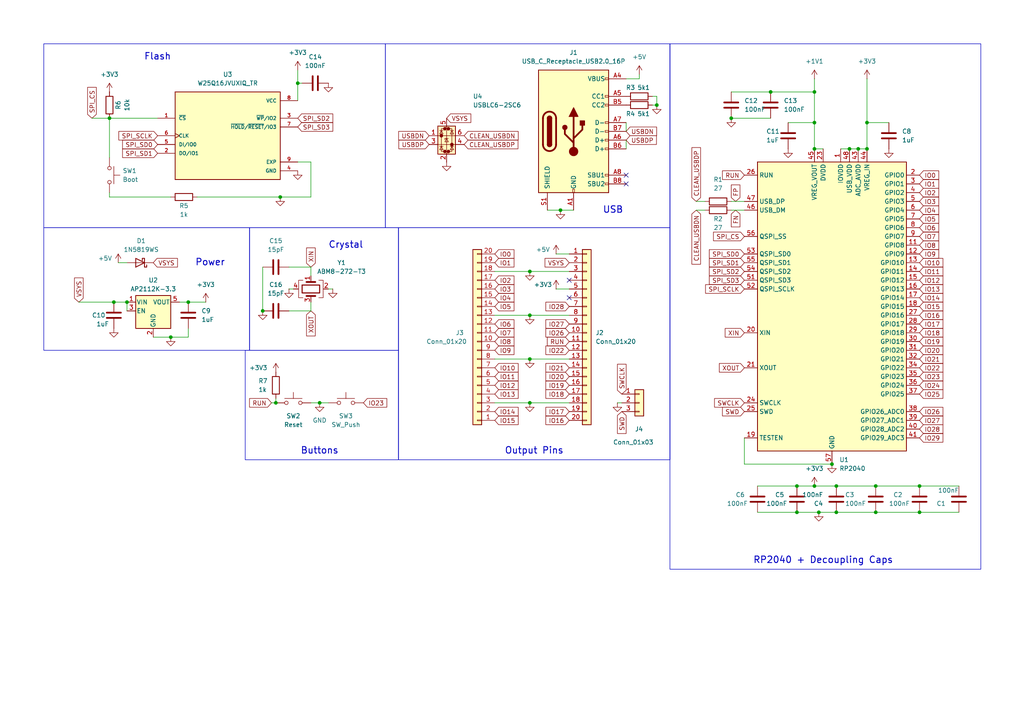
<source format=kicad_sch>
(kicad_sch (version 20250114) (generator "eeschema") (generator_version "9.0")
  (paper "A4")
  (lib_symbols
    (symbol "Connector:USB_C_Receptacle_USB2.0_16P" (pin_names (offset 1.016))
      (property "Reference" "J" (at 0 22.225 0))
      (property "Value" "USB_C_Receptacle_USB2.0_16P" (at 0 19.685 0))
      (symbol "USB_C_Receptacle_USB2.0_16P_1_1"
        (pin passive line (at -7.62 -22.86 90) (length 5.08) (name "SHIELD") (number "S1"))
        (pin passive line (at 0 -22.86 90) (length 5.08) (name "GND") (number "A1"))
        (pin passive line (at 0 -22.86 90) (length 5.08) (hide yes) (name "GND") (number "A12"))
        (pin passive line (at 0 -22.86 90) (length 5.08) (hide yes) (name "GND") (number "B1"))
        (pin passive line (at 0 -22.86 90) (length 5.08) (hide yes) (name "GND") (number "B12"))
        (pin passive line (at 15.24 15.24 180) (length 5.08) (name "VBUS") (number "A4"))
        (pin passive line (at 15.24 15.24 180) (length 5.08) (hide yes) (name "VBUS") (number "A9"))
        (pin passive line (at 15.24 15.24 180) (length 5.08) (hide yes) (name "VBUS") (number "B4"))
        (pin passive line (at 15.24 15.24 180) (length 5.08) (hide yes) (name "VBUS") (number "B9"))
        (pin bidirectional line (at 15.24 10.16 180) (length 5.08) (name "CC1") (number "A5"))
        (pin bidirectional line (at 15.24 7.62 180) (length 5.08) (name "CC2") (number "B5"))
        (pin bidirectional line (at 15.24 2.54 180) (length 5.08) (name "D-") (number "A7"))
        (pin bidirectional line (at 15.24 0 180) (length 5.08) (name "D-") (number "B7"))
        (pin bidirectional line (at 15.24 -2.54 180) (length 5.08) (name "D+") (number "A6"))
        (pin bidirectional line (at 15.24 -5.08 180) (length 5.08) (name "D+") (number "B6"))
        (pin bidirectional line (at 15.24 -12.7 180) (length 5.08) (name "SBU1") (number "A8"))
        (pin bidirectional line (at 15.24 -15.24 180) (length 5.08) (name "SBU2") (number "B8"))
      )
    )
    (symbol "Connector_Generic:Conn_01x03" (pin_names (offset 1.016) (hide yes))
      (property "Reference" "J" (at 0 5.08 0))
      (property "Value" "Conn_01x03" (at 0 -5.08 0))
      (symbol "Conn_01x03_1_1"
        (pin passive line (at -5.08 2.54 0) (length 3.81) (name "Pin_1") (number "1"))
        (pin passive line (at -5.08 0 0) (length 3.81) (name "Pin_2") (number "2"))
        (pin passive line (at -5.08 -2.54 0) (length 3.81) (name "Pin_3") (number "3"))
      )
    )
    (symbol "Connector_Generic:Conn_01x20" (pin_names (offset 1.016) (hide yes))
      (property "Reference" "J" (at 0 25.4 0))
      (property "Value" "Conn_01x20" (at 0 -27.94 0))
      (symbol "Conn_01x20_1_1"
        (pin passive line (at -5.08 22.86 0) (length 3.81) (name "Pin_1") (number "1"))
        (pin passive line (at -5.08 20.32 0) (length 3.81) (name "Pin_2") (number "2"))
        (pin passive line (at -5.08 17.78 0) (length 3.81) (name "Pin_3") (number "3"))
        (pin passive line (at -5.08 15.24 0) (length 3.81) (name "Pin_4") (number "4"))
        (pin passive line (at -5.08 12.7 0) (length 3.81) (name "Pin_5") (number "5"))
        (pin passive line (at -5.08 10.16 0) (length 3.81) (name "Pin_6") (number "6"))
        (pin passive line (at -5.08 7.62 0) (length 3.81) (name "Pin_7") (number "7"))
        (pin passive line (at -5.08 5.08 0) (length 3.81) (name "Pin_8") (number "8"))
        (pin passive line (at -5.08 2.54 0) (length 3.81) (name "Pin_9") (number "9"))
        (pin passive line (at -5.08 0 0) (length 3.81) (name "Pin_10") (number "10"))
        (pin passive line (at -5.08 -2.54 0) (length 3.81) (name "Pin_11") (number "11"))
        (pin passive line (at -5.08 -5.08 0) (length 3.81) (name "Pin_12") (number "12"))
        (pin passive line (at -5.08 -7.62 0) (length 3.81) (name "Pin_13") (number "13"))
        (pin passive line (at -5.08 -10.16 0) (length 3.81) (name "Pin_14") (number "14"))
        (pin passive line (at -5.08 -12.7 0) (length 3.81) (name "Pin_15") (number "15"))
        (pin passive line (at -5.08 -15.24 0) (length 3.81) (name "Pin_16") (number "16"))
        (pin passive line (at -5.08 -17.78 0) (length 3.81) (name "Pin_17") (number "17"))
        (pin passive line (at -5.08 -20.32 0) (length 3.81) (name "Pin_18") (number "18"))
        (pin passive line (at -5.08 -22.86 0) (length 3.81) (name "Pin_19") (number "19"))
        (pin passive line (at -5.08 -25.4 0) (length 3.81) (name "Pin_20") (number "20"))
      )
    )
    (symbol "Device:C" (pin_numbers (hide yes)) (pin_names (offset 0.254))
      (property "Reference" "C" (at 0.635 2.54 0))
      (property "Value" "C" (at 0.635 -2.54 0))
      (symbol "C_1_1"
        (pin passive line (at 0 3.81 270) (length 2.794) (name "~") (number "1"))
        (pin passive line (at 0 -3.81 90) (length 2.794) (name "~") (number "2"))
      )
    )
    (symbol "Device:Crystal_GND24" (pin_names (offset 1.016) (hide yes))
      (property "Reference" "Y" (at 3.175 5.08 0))
      (property "Value" "Crystal_GND24" (at 3.175 3.175 0))
      (symbol "Crystal_GND24_1_1"
        (pin passive line (at -3.81 0 0) (length 1.27) (name "1") (number "1"))
        (pin passive line (at 0 5.08 270) (length 1.27) (name "2") (number "2"))
        (pin passive line (at 0 -5.08 90) (length 1.27) (name "4") (number "4"))
        (pin passive line (at 3.81 0 180) (length 1.27) (name "3") (number "3"))
      )
    )
    (symbol "Device:D_Schottky" (pin_numbers (hide yes)) (pin_names (offset 1.016) (hide yes))
      (property "Reference" "D" (at 0 2.54 0))
      (property "Value" "D_Schottky" (at 0 -2.54 0))
      (symbol "D_Schottky_1_1"
        (pin passive line (at -3.81 0 0) (length 2.54) (name "K") (number "1"))
        (pin passive line (at 3.81 0 180) (length 2.54) (name "A") (number "2"))
      )
    )
    (symbol "Device:R" (pin_numbers (hide yes)) (pin_names (offset 0))
      (property "Reference" "R" (at 2.032 0 90))
      (property "Value" "R" (at 0 0 90))
      (symbol "R_1_1"
        (pin passive line (at 0 3.81 270) (length 1.27) (name "~") (number "1"))
        (pin passive line (at 0 -3.81 90) (length 1.27) (name "~") (number "2"))
      )
    )
    (symbol "MCU_RaspberryPi:RP2040"
      (property "Reference" "U" (at 17.78 45.72 0))
      (property "Value" "RP2040" (at 17.78 43.18 0))
      (symbol "RP2040_1_1"
        (pin input line (at -25.4 38.1 0) (length 3.81) (name "RUN") (number "26"))
        (pin bidirectional line (at -25.4 30.48 0) (length 3.81) (name "USB_DP") (number "47"))
        (pin bidirectional line (at -25.4 27.94 0) (length 3.81) (name "USB_DM") (number "46"))
        (pin bidirectional line (at -25.4 20.32 0) (length 3.81) (name "QSPI_SS") (number "56"))
        (pin bidirectional line (at -25.4 15.24 0) (length 3.81) (name "QSPI_SD0") (number "53"))
        (pin bidirectional line (at -25.4 12.7 0) (length 3.81) (name "QSPI_SD1") (number "55"))
        (pin bidirectional line (at -25.4 10.16 0) (length 3.81) (name "QSPI_SD2") (number "54"))
        (pin bidirectional line (at -25.4 7.62 0) (length 3.81) (name "QSPI_SD3") (number "51"))
        (pin output line (at -25.4 5.08 0) (length 3.81) (name "QSPI_SCLK") (number "52"))
        (pin input line (at -25.4 -7.62 0) (length 3.81) (name "XIN") (number "20"))
        (pin passive line (at -25.4 -17.78 0) (length 3.81) (name "XOUT") (number "21"))
        (pin input line (at -25.4 -27.94 0) (length 3.81) (name "SWCLK") (number "24"))
        (pin bidirectional line (at -25.4 -30.48 0) (length 3.81) (name "SWD") (number "25"))
        (pin input line (at -25.4 -38.1 0) (length 3.81) (name "TESTEN") (number "19"))
        (pin power_out line (at -5.08 45.72 270) (length 3.81) (name "VREG_VOUT") (number "45"))
        (pin power_in line (at -2.54 45.72 270) (length 3.81) (name "DVDD") (number "23"))
        (pin passive line (at -2.54 45.72 270) (length 3.81) (hide yes) (name "DVDD") (number "50"))
        (pin power_in line (at 0 -45.72 90) (length 3.81) (name "GND") (number "57"))
        (pin power_in line (at 2.54 45.72 270) (length 3.81) (name "IOVDD") (number "1"))
        (pin passive line (at 2.54 45.72 270) (length 3.81) (hide yes) (name "IOVDD") (number "10"))
        (pin passive line (at 2.54 45.72 270) (length 3.81) (hide yes) (name "IOVDD") (number "22"))
        (pin passive line (at 2.54 45.72 270) (length 3.81) (hide yes) (name "IOVDD") (number "33"))
        (pin passive line (at 2.54 45.72 270) (length 3.81) (hide yes) (name "IOVDD") (number "42"))
        (pin passive line (at 2.54 45.72 270) (length 3.81) (hide yes) (name "IOVDD") (number "49"))
        (pin power_in line (at 5.08 45.72 270) (length 3.81) (name "USB_VDD") (number "48"))
        (pin power_in line (at 7.62 45.72 270) (length 3.81) (name "ADC_AVDD") (number "43"))
        (pin power_in line (at 10.16 45.72 270) (length 3.81) (name "VREG_IN") (number "44"))
        (pin bidirectional line (at 25.4 38.1 180) (length 3.81) (name "GPIO0") (number "2"))
        (pin bidirectional line (at 25.4 35.56 180) (length 3.81) (name "GPIO1") (number "3"))
        (pin bidirectional line (at 25.4 33.02 180) (length 3.81) (name "GPIO2") (number "4"))
        (pin bidirectional line (at 25.4 30.48 180) (length 3.81) (name "GPIO3") (number "5"))
        (pin bidirectional line (at 25.4 27.94 180) (length 3.81) (name "GPIO4") (number "6"))
        (pin bidirectional line (at 25.4 25.4 180) (length 3.81) (name "GPIO5") (number "7"))
        (pin bidirectional line (at 25.4 22.86 180) (length 3.81) (name "GPIO6") (number "8"))
        (pin bidirectional line (at 25.4 20.32 180) (length 3.81) (name "GPIO7") (number "9"))
        (pin bidirectional line (at 25.4 17.78 180) (length 3.81) (name "GPIO8") (number "11"))
        (pin bidirectional line (at 25.4 15.24 180) (length 3.81) (name "GPIO9") (number "12"))
        (pin bidirectional line (at 25.4 12.7 180) (length 3.81) (name "GPIO10") (number "13"))
        (pin bidirectional line (at 25.4 10.16 180) (length 3.81) (name "GPIO11") (number "14"))
        (pin bidirectional line (at 25.4 7.62 180) (length 3.81) (name "GPIO12") (number "15"))
        (pin bidirectional line (at 25.4 5.08 180) (length 3.81) (name "GPIO13") (number "16"))
        (pin bidirectional line (at 25.4 2.54 180) (length 3.81) (name "GPIO14") (number "17"))
        (pin bidirectional line (at 25.4 0 180) (length 3.81) (name "GPIO15") (number "18"))
        (pin bidirectional line (at 25.4 -2.54 180) (length 3.81) (name "GPIO16") (number "27"))
        (pin bidirectional line (at 25.4 -5.08 180) (length 3.81) (name "GPIO17") (number "28"))
        (pin bidirectional line (at 25.4 -7.62 180) (length 3.81) (name "GPIO18") (number "29"))
        (pin bidirectional line (at 25.4 -10.16 180) (length 3.81) (name "GPIO19") (number "30"))
        (pin bidirectional line (at 25.4 -12.7 180) (length 3.81) (name "GPIO20") (number "31"))
        (pin bidirectional line (at 25.4 -15.24 180) (length 3.81) (name "GPIO21") (number "32"))
        (pin bidirectional line (at 25.4 -17.78 180) (length 3.81) (name "GPIO22") (number "34"))
        (pin bidirectional line (at 25.4 -20.32 180) (length 3.81) (name "GPIO23") (number "35"))
        (pin bidirectional line (at 25.4 -22.86 180) (length 3.81) (name "GPIO24") (number "36"))
        (pin bidirectional line (at 25.4 -25.4 180) (length 3.81) (name "GPIO25") (number "37"))
        (pin bidirectional line (at 25.4 -30.48 180) (length 3.81) (name "GPIO26_ADC0") (number "38"))
        (pin bidirectional line (at 25.4 -33.02 180) (length 3.81) (name "GPIO27_ADC1") (number "39"))
        (pin bidirectional line (at 25.4 -35.56 180) (length 3.81) (name "GPIO28_ADC2") (number "40"))
        (pin bidirectional line (at 25.4 -38.1 180) (length 3.81) (name "GPIO29_ADC3") (number "41"))
      )
    )
    (symbol "Power_Protection:USBLC6-2SC6" (pin_names (hide yes))
      (property "Reference" "U" (at 0.635 5.715 0))
      (property "Value" "USBLC6-2SC6" (at 0.635 3.81 0))
      (symbol "USBLC6-2SC6_1_1"
        (pin passive line (at -5.08 0 0) (length 2.54) (name "I/O1") (number "1"))
        (pin passive line (at -5.08 -2.54 0) (length 2.54) (name "I/O2") (number "3"))
        (pin passive line (at 0 5.08 270) (length 2.54) (name "VBUS") (number "5"))
        (pin passive line (at 0 -7.62 90) (length 2.54) (name "GND") (number "2"))
        (pin passive line (at 5.08 0 180) (length 2.54) (name "I/O1") (number "6"))
        (pin passive line (at 5.08 -2.54 180) (length 2.54) (name "I/O2") (number "4"))
      )
    )
    (symbol "Regulator_Linear:AP2112K-3.3" (pin_names (offset 0.254))
      (property "Reference" "U" (at -5.08 5.715 0))
      (property "Value" "AP2112K-3.3" (at 0 5.715 0))
      (symbol "AP2112K-3.3_1_1"
        (pin power_in line (at -7.62 2.54 0) (length 2.54) (name "VIN") (number "1"))
        (pin input line (at -7.62 0 0) (length 2.54) (name "EN") (number "3"))
        (pin power_in line (at 0 -7.62 90) (length 2.54) (name "GND") (number "2"))
        (pin no_connect line (at 5.08 0 180) (length 2.54) (hide yes) (name "NC") (number "4"))
        (pin power_out line (at 7.62 2.54 180) (length 2.54) (name "VOUT") (number "5"))
      )
    )
    (symbol "Switch:SW_Push" (pin_numbers (hide yes)) (pin_names (offset 1.016) (hide yes))
      (property "Reference" "SW" (at 1.27 2.54 0))
      (property "Value" "SW_Push" (at 0 -1.524 0))
      (symbol "SW_Push_0_1"
        (pin passive line (at -5.08 0 0) (length 2.54) (name "1") (number "1"))
        (pin passive line (at 5.08 0 180) (length 2.54) (name "2") (number "2"))
      )
    )
    (symbol "W25Q16JVUXIQ_TR:W25Q16JVUXIQ_TR" (pin_names (offset 1.016))
      (property "Reference" "U" (at -15.24 15.24 0))
      (property "Value" "W25Q16JVUXIQ_TR" (at -15.24 -15.24 0))
      (symbol "W25Q16JVUXIQ_TR_0_0"
        (pin input line (at -20.32 5.08 0) (length 5.08) (name "~{CS}") (number "1"))
        (pin input clock (at -20.32 0 0) (length 5.08) (name "CLK") (number "6"))
        (pin bidirectional line (at -20.32 -2.54 0) (length 5.08) (name "DI/IO0") (number "5"))
        (pin bidirectional line (at -20.32 -5.08 0) (length 5.08) (name "DO/IO1") (number "2"))
        (pin power_in line (at 20.32 10.16 180) (length 5.08) (name "VCC") (number "8"))
        (pin bidirectional line (at 20.32 5.08 180) (length 5.08) (name "~{WP}/IO2") (number "3"))
        (pin bidirectional line (at 20.32 2.54 180) (length 5.08) (name "~{HOLD}/~{RESET}/IO3") (number "7"))
        (pin passive line (at 20.32 -7.62 180) (length 5.08) (name "EXP") (number "9"))
        (pin power_in line (at 20.32 -10.16 180) (length 5.08) (name "GND") (number "4"))
      )
    )
    (symbol "power:+1V1" (power) (pin_numbers (hide yes)) (pin_names (offset 0) (hide yes))
      (property "Value" "+1V1" (at 0 3.556 0))
      (symbol "+1V1_1_1"
        (pin power_in line (at 0 0 90) (length 0) (name "~") (number "1"))
      )
    )
    (symbol "power:+3V3" (power) (pin_numbers (hide yes)) (pin_names (offset 0) (hide yes))
      (property "Value" "+3V3" (at 0 3.556 0))
      (symbol "+3V3_1_1"
        (pin power_in line (at 0 0 90) (length 0) (name "~") (number "1"))
      )
    )
    (symbol "power:+5V" (power) (pin_numbers (hide yes)) (pin_names (offset 0) (hide yes))
      (property "Value" "+5V" (at 0 3.556 0))
      (symbol "+5V_1_1"
        (pin power_in line (at 0 0 90) (length 0) (name "~") (number "1"))
      )
    )
    (symbol "power:GND" (power) (pin_numbers (hide yes)) (pin_names (offset 0) (hide yes))
      (property "Value" "GND" (at 0 -3.81 0))
      (symbol "GND_1_1"
        (pin power_in line (at 0 0 270) (length 0) (name "~") (number "1"))
      )
    )
  )
  (rectangle (start 72.39 66.04) (end 115.57 101.6))
  (rectangle (start 194.31 12.7) (end 284.48 165.1))
  (rectangle (start 71.12 101.6) (end 115.57 133.35))
  (rectangle (start 115.57 66.04) (end 194.31 133.35))
  (rectangle (start 12.7 12.7) (end 111.76 66.04))
  (rectangle (start 12.7 66.04) (end 72.39 101.6))
  (rectangle (start 111.76 12.7) (end 194.31 66.04))
  (text "Buttons" (at 92.71 130.81 0) (effects (font (size 1.905 1.905) (thickness 0.254) (bold yes))))
  (text "Output Pins" (at 154.94 130.81 0) (effects (font (size 1.905 1.905) (thickness 0.254) (bold yes))))
  (text "Flash" (at 45.72 16.51 0) (effects (font (size 1.905 1.905) (thickness 0.254) (bold yes))))
  (text "Power" (at 60.96 76.2 0) (effects (font (size 1.905 1.905) (thickness 0.254) (bold yes))))
  (text "USB" (at 177.8 60.96 0) (effects (font (size 1.905 1.905) (thickness 0.254) (bold yes))))
  (text "RP2040 + Decoupling Caps" (at 238.76 162.56 0) (effects (font (size 1.905 1.905) (thickness 0.254) (bold yes))))
  (text "Crystal" (at 100.33 71.12 0) (effects (font (size 1.905 1.905) (thickness 0.254) (bold yes))))
  (junction (at 212.09 34.29))
  (junction (at 242.57 148.59))
  (junction (at 36.83 87.63))
  (junction (at 236.22 35.56))
  (junction (at 231.14 148.59))
  (junction (at 162.56 60.96))
  (junction (at 248.92 43.18))
  (junction (at 92.71 116.84))
  (junction (at 266.7 140.97))
  (junction (at 237.49 148.59))
  (junction (at 153.67 104.14))
  (junction (at 81.28 57.15))
  (junction (at 236.22 26.67))
  (junction (at 251.46 35.56))
  (junction (at 33.02 87.63))
  (junction (at 254 148.59))
  (junction (at 190.5 30.48))
  (junction (at 86.36 24.13))
  (junction (at 231.14 140.97))
  (junction (at 242.57 140.97))
  (junction (at 153.67 91.44))
  (junction (at 236.22 43.18))
  (junction (at 153.67 116.84))
  (junction (at 54.61 87.63))
  (junction (at 76.2 90.17))
  (junction (at 49.53 97.79))
  (junction (at 246.38 43.18))
  (junction (at 31.75 34.29))
  (junction (at 236.22 140.97))
  (junction (at 241.3 134.62))
  (junction (at 80.01 116.84))
  (junction (at 251.46 43.18))
  (junction (at 266.7 148.59))
  (junction (at 223.52 26.67))
  (junction (at 254 140.97))
  (junction (at 153.67 78.74))
  (no_connect (at 165.1 86.36))
  (no_connect (at 165.1 81.28))
  (no_connect (at 181.61 50.8))
  (no_connect (at 181.61 53.34))
  (wire (pts (xy 161.29 83.82) (xy 165.1 83.82)))
  (wire (pts (xy 201.93 58.42) (xy 204.47 58.42)))
  (wire (pts (xy 87.63 24.13) (xy 86.36 24.13)))
  (wire (pts (xy 143.51 78.74) (xy 153.67 78.74)))
  (wire (pts (xy 266.7 140.97) (xy 254 140.97)))
  (wire (pts (xy 190.5 27.94) (xy 190.5 30.48)))
  (wire (pts (xy 80.01 115.57) (xy 80.01 116.84)))
  (wire (pts (xy 181.61 40.64) (xy 181.61 43.18)))
  (wire (pts (xy 266.7 148.59) (xy 254 148.59)))
  (wire (pts (xy 26.67 34.29) (xy 31.75 34.29)))
  (wire (pts (xy 246.38 43.18) (xy 248.92 43.18)))
  (wire (pts (xy 236.22 140.97) (xy 231.14 140.97)))
  (wire (pts (xy 278.13 140.97) (xy 266.7 140.97)))
  (wire (pts (xy 143.51 116.84) (xy 153.67 116.84)))
  (wire (pts (xy 153.67 116.84) (xy 165.1 116.84)))
  (wire (pts (xy 242.57 140.97) (xy 236.22 140.97)))
  (wire (pts (xy 237.49 148.59) (xy 231.14 148.59)))
  (wire (pts (xy 254 140.97) (xy 242.57 140.97)))
  (wire (pts (xy 143.51 91.44) (xy 153.67 91.44)))
  (wire (pts (xy 251.46 22.86) (xy 251.46 35.56)))
  (wire (pts (xy 158.75 60.96) (xy 162.56 60.96)))
  (wire (pts (xy 251.46 35.56) (xy 251.46 43.18)))
  (wire (pts (xy 143.51 104.14) (xy 153.67 104.14)))
  (wire (pts (xy 212.09 34.29) (xy 223.52 34.29)))
  (wire (pts (xy 92.71 116.84) (xy 90.17 116.84)))
  (wire (pts (xy 185.42 21.59) (xy 185.42 22.86)))
  (wire (pts (xy 231.14 140.97) (xy 219.71 140.97)))
  (wire (pts (xy 90.17 90.17) (xy 90.17 87.63)))
  (wire (pts (xy 36.83 87.63) (xy 36.83 90.17)))
  (wire (pts (xy 181.61 35.56) (xy 181.61 38.1)))
  (wire (pts (xy 31.75 45.72) (xy 31.75 34.29)))
  (wire (pts (xy 86.36 20.32) (xy 86.36 24.13)))
  (wire (pts (xy 44.45 97.79) (xy 49.53 97.79)))
  (wire (pts (xy 153.67 78.74) (xy 165.1 78.74)))
  (wire (pts (xy 52.07 87.63) (xy 54.61 87.63)))
  (wire (pts (xy 57.15 57.15) (xy 81.28 57.15)))
  (wire (pts (xy 223.52 26.67) (xy 236.22 26.67)))
  (wire (pts (xy 83.82 77.47) (xy 90.17 77.47)))
  (wire (pts (xy 179.07 116.84) (xy 180.34 116.84)))
  (wire (pts (xy 231.14 148.59) (xy 219.71 148.59)))
  (wire (pts (xy 90.17 57.15) (xy 81.28 57.15)))
  (wire (pts (xy 212.09 58.42) (xy 215.9 58.42)))
  (wire (pts (xy 215.9 127) (xy 215.9 134.62)))
  (wire (pts (xy 86.36 46.99) (xy 90.17 46.99)))
  (wire (pts (xy 243.84 43.18) (xy 246.38 43.18)))
  (wire (pts (xy 278.13 148.59) (xy 266.7 148.59)))
  (wire (pts (xy 90.17 46.99) (xy 90.17 57.15)))
  (wire (pts (xy 242.57 148.59) (xy 237.49 148.59)))
  (wire (pts (xy 201.93 60.96) (xy 204.47 60.96)))
  (wire (pts (xy 189.23 27.94) (xy 190.5 27.94)))
  (wire (pts (xy 83.82 90.17) (xy 90.17 90.17)))
  (wire (pts (xy 54.61 95.25) (xy 54.61 97.79)))
  (wire (pts (xy 212.09 60.96) (xy 215.9 60.96)))
  (wire (pts (xy 22.86 87.63) (xy 33.02 87.63)))
  (wire (pts (xy 236.22 35.56) (xy 236.22 43.18)))
  (wire (pts (xy 162.56 60.96) (xy 166.37 60.96)))
  (wire (pts (xy 181.61 22.86) (xy 185.42 22.86)))
  (wire (pts (xy 161.29 73.66) (xy 165.1 73.66)))
  (wire (pts (xy 54.61 87.63) (xy 59.69 87.63)))
  (wire (pts (xy 90.17 77.47) (xy 90.17 80.01)))
  (wire (pts (xy 83.82 83.82) (xy 85.09 83.82)))
  (wire (pts (xy 96.52 83.82) (xy 95.25 83.82)))
  (wire (pts (xy 228.6 35.56) (xy 236.22 35.56)))
  (wire (pts (xy 153.67 104.14) (xy 165.1 104.14)))
  (wire (pts (xy 34.29 76.2) (xy 36.83 76.2)))
  (wire (pts (xy 251.46 35.56) (xy 257.81 35.56)))
  (wire (pts (xy 92.71 116.84) (xy 95.25 116.84)))
  (wire (pts (xy 190.5 30.48) (xy 189.23 30.48)))
  (wire (pts (xy 31.75 34.29) (xy 45.72 34.29)))
  (wire (pts (xy 31.75 57.15) (xy 31.75 55.88)))
  (wire (pts (xy 215.9 134.62) (xy 241.3 134.62)))
  (wire (pts (xy 254 148.59) (xy 242.57 148.59)))
  (wire (pts (xy 76.2 77.47) (xy 76.2 90.17)))
  (wire (pts (xy 49.53 97.79) (xy 54.61 97.79)))
  (wire (pts (xy 212.09 26.67) (xy 223.52 26.67)))
  (wire (pts (xy 236.22 26.67) (xy 236.22 35.56)))
  (wire (pts (xy 236.22 43.18) (xy 238.76 43.18)))
  (wire (pts (xy 248.92 43.18) (xy 251.46 43.18)))
  (wire (pts (xy 236.22 22.86) (xy 236.22 26.67)))
  (wire (pts (xy 33.02 87.63) (xy 36.83 87.63)))
  (wire (pts (xy 49.53 57.15) (xy 31.75 57.15)))
  (wire (pts (xy 80.01 116.84) (xy 78.74 116.84)))
  (wire (pts (xy 153.67 91.44) (xy 165.1 91.44)))
  (wire (pts (xy 86.36 24.13) (xy 86.36 29.21)))
  (global_label "IO17" (shape input) (at 266.7 93.98 0) (property "Intersheetrefs" "${INTERSHEET_REFS}" (effects (hide yes))))
  (global_label "SPI_CS" (shape input) (at 215.9 68.58 180) (property "Intersheetrefs" "${INTERSHEET_REFS}" (effects (hide yes))))
  (global_label "IO22" (shape input) (at 266.7 106.68 0) (property "Intersheetrefs" "${INTERSHEET_REFS}" (effects (hide yes))))
  (global_label "IO28" (shape input) (at 165.1 88.9 180) (property "Intersheetrefs" "${INTERSHEET_REFS}" (effects (hide yes))))
  (global_label "SPI_SD0" (shape input) (at 45.72 41.91 180) (property "Intersheetrefs" "${INTERSHEET_REFS}" (effects (hide yes))))
  (global_label "IO27" (shape input) (at 266.7 121.92 0) (property "Intersheetrefs" "${INTERSHEET_REFS}" (effects (hide yes))))
  (global_label "SPI_CS" (shape input) (at 26.67 34.29 90) (property "Intersheetrefs" "${INTERSHEET_REFS}" (effects (hide yes))))
  (global_label "VSYS" (shape input) (at 44.45 76.2 0) (property "Intersheetrefs" "${INTERSHEET_REFS}" (effects (hide yes))))
  (global_label "IO29" (shape input) (at 266.7 127 0) (property "Intersheetrefs" "${INTERSHEET_REFS}" (effects (hide yes))))
  (global_label "VSYS" (shape input) (at 165.1 76.2 180) (property "Intersheetrefs" "${INTERSHEET_REFS}" (effects (hide yes))))
  (global_label "IO14" (shape input) (at 143.51 119.38 0) (property "Intersheetrefs" "${INTERSHEET_REFS}" (effects (hide yes))))
  (global_label "IO28" (shape input) (at 266.7 124.46 0) (property "Intersheetrefs" "${INTERSHEET_REFS}" (effects (hide yes))))
  (global_label "IO4" (shape input) (at 143.51 86.36 0) (property "Intersheetrefs" "${INTERSHEET_REFS}" (effects (hide yes))))
  (global_label "CLEAN_USBDP" (shape input) (at 134.62 41.91 0) (property "Intersheetrefs" "${INTERSHEET_REFS}" (effects (hide yes))))
  (global_label "IO27" (shape input) (at 165.1 93.98 180) (property "Intersheetrefs" "${INTERSHEET_REFS}" (effects (hide yes))))
  (global_label "IO21" (shape input) (at 165.1 106.68 180) (property "Intersheetrefs" "${INTERSHEET_REFS}" (effects (hide yes))))
  (global_label "SWCLK" (shape input) (at 180.34 114.3 90) (property "Intersheetrefs" "${INTERSHEET_REFS}" (effects (hide yes))))
  (global_label "XIN" (shape input) (at 90.17 77.47 90) (property "Intersheetrefs" "${INTERSHEET_REFS}" (effects (hide yes))))
  (global_label "IO2" (shape input) (at 266.7 55.88 0) (property "Intersheetrefs" "${INTERSHEET_REFS}" (effects (hide yes))))
  (global_label "SPI_SD1" (shape input) (at 215.9 76.2 180) (property "Intersheetrefs" "${INTERSHEET_REFS}" (effects (hide yes))))
  (global_label "USBDP" (shape input) (at 181.61 40.64 0) (property "Intersheetrefs" "${INTERSHEET_REFS}" (effects (hide yes))))
  (global_label "SPI_SD2" (shape input) (at 215.9 78.74 180) (property "Intersheetrefs" "${INTERSHEET_REFS}" (effects (hide yes))))
  (global_label "IO19" (shape input) (at 165.1 111.76 180) (property "Intersheetrefs" "${INTERSHEET_REFS}" (effects (hide yes))))
  (global_label "XOUT" (shape input) (at 90.17 90.17 270) (property "Intersheetrefs" "${INTERSHEET_REFS}" (effects (hide yes))))
  (global_label "CLEAN_USBDP" (shape input) (at 201.93 58.42 90) (property "Intersheetrefs" "${INTERSHEET_REFS}" (effects (hide yes))))
  (global_label "RUN" (shape input) (at 165.1 99.06 180) (property "Intersheetrefs" "${INTERSHEET_REFS}" (effects (hide yes))))
  (global_label "USBDP" (shape input) (at 124.46 41.91 180) (property "Intersheetrefs" "${INTERSHEET_REFS}" (effects (hide yes))))
  (global_label "IO1" (shape input) (at 143.51 76.2 0) (property "Intersheetrefs" "${INTERSHEET_REFS}" (effects (hide yes))))
  (global_label "IO3" (shape input) (at 266.7 58.42 0) (property "Intersheetrefs" "${INTERSHEET_REFS}" (effects (hide yes))))
  (global_label "SPI_SD2" (shape input) (at 86.36 34.29 0) (property "Intersheetrefs" "${INTERSHEET_REFS}" (effects (hide yes))))
  (global_label "IO2" (shape input) (at 143.51 81.28 0) (property "Intersheetrefs" "${INTERSHEET_REFS}" (effects (hide yes))))
  (global_label "CLEAN_USBDN" (shape input) (at 134.62 39.37 0) (property "Intersheetrefs" "${INTERSHEET_REFS}" (effects (hide yes))))
  (global_label "SPI_SD0" (shape input) (at 215.9 73.66 180) (property "Intersheetrefs" "${INTERSHEET_REFS}" (effects (hide yes))))
  (global_label "IO20" (shape input) (at 266.7 101.6 0) (property "Intersheetrefs" "${INTERSHEET_REFS}" (effects (hide yes))))
  (global_label "USBDN" (shape input) (at 181.61 38.1 0) (property "Intersheetrefs" "${INTERSHEET_REFS}" (effects (hide yes))))
  (global_label "SPI_SD3" (shape input) (at 215.9 81.28 180) (property "Intersheetrefs" "${INTERSHEET_REFS}" (effects (hide yes))))
  (global_label "RUN" (shape input) (at 78.74 116.84 180) (property "Intersheetrefs" "${INTERSHEET_REFS}" (effects (hide yes))))
  (global_label "XIN" (shape input) (at 215.9 96.52 180) (property "Intersheetrefs" "${INTERSHEET_REFS}" (effects (hide yes))))
  (global_label "IO13" (shape input) (at 143.51 114.3 0) (property "Intersheetrefs" "${INTERSHEET_REFS}" (effects (hide yes))))
  (global_label "IO23" (shape input) (at 105.41 116.84 0) (property "Intersheetrefs" "${INTERSHEET_REFS}" (effects (hide yes))))
  (global_label "IO3" (shape input) (at 143.51 83.82 0) (property "Intersheetrefs" "${INTERSHEET_REFS}" (effects (hide yes))))
  (global_label "IO12" (shape input) (at 143.51 111.76 0) (property "Intersheetrefs" "${INTERSHEET_REFS}" (effects (hide yes))))
  (global_label "IO16" (shape input) (at 266.7 91.44 0) (property "Intersheetrefs" "${INTERSHEET_REFS}" (effects (hide yes))))
  (global_label "IO14" (shape input) (at 266.7 86.36 0) (property "Intersheetrefs" "${INTERSHEET_REFS}" (effects (hide yes))))
  (global_label "CLEAN_USBDN" (shape input) (at 201.93 60.96 270) (property "Intersheetrefs" "${INTERSHEET_REFS}" (effects (hide yes))))
  (global_label "IO17" (shape input) (at 165.1 119.38 180) (property "Intersheetrefs" "${INTERSHEET_REFS}" (effects (hide yes))))
  (global_label "IO20" (shape input) (at 165.1 109.22 180) (property "Intersheetrefs" "${INTERSHEET_REFS}" (effects (hide yes))))
  (global_label "IO15" (shape input) (at 266.7 88.9 0) (property "Intersheetrefs" "${INTERSHEET_REFS}" (effects (hide yes))))
  (global_label "SPI_SCLK" (shape input) (at 215.9 83.82 180) (property "Intersheetrefs" "${INTERSHEET_REFS}" (effects (hide yes))))
  (global_label "IO21" (shape input) (at 266.7 104.14 0) (property "Intersheetrefs" "${INTERSHEET_REFS}" (effects (hide yes))))
  (global_label "RUN" (shape input) (at 215.9 50.8 180) (property "Intersheetrefs" "${INTERSHEET_REFS}" (effects (hide yes))))
  (global_label "IO16" (shape input) (at 165.1 121.92 180) (property "Intersheetrefs" "${INTERSHEET_REFS}" (effects (hide yes))))
  (global_label "IO12" (shape input) (at 266.7 81.28 0) (property "Intersheetrefs" "${INTERSHEET_REFS}" (effects (hide yes))))
  (global_label "IO10" (shape input) (at 143.51 106.68 0) (property "Intersheetrefs" "${INTERSHEET_REFS}" (effects (hide yes))))
  (global_label "IO26" (shape input) (at 266.7 119.38 0) (property "Intersheetrefs" "${INTERSHEET_REFS}" (effects (hide yes))))
  (global_label "SWD" (shape input) (at 180.34 119.38 270) (property "Intersheetrefs" "${INTERSHEET_REFS}" (effects (hide yes))))
  (global_label "USBDN" (shape input) (at 124.46 39.37 180) (property "Intersheetrefs" "${INTERSHEET_REFS}" (effects (hide yes))))
  (global_label "IO9" (shape input) (at 266.7 73.66 0) (property "Intersheetrefs" "${INTERSHEET_REFS}" (effects (hide yes))))
  (global_label "IO7" (shape input) (at 266.7 68.58 0) (property "Intersheetrefs" "${INTERSHEET_REFS}" (effects (hide yes))))
  (global_label "XOUT" (shape input) (at 215.9 106.68 180) (property "Intersheetrefs" "${INTERSHEET_REFS}" (effects (hide yes))))
  (global_label "IO13" (shape input) (at 266.7 83.82 0) (property "Intersheetrefs" "${INTERSHEET_REFS}" (effects (hide yes))))
  (global_label "IO25" (shape input) (at 266.7 114.3 0) (property "Intersheetrefs" "${INTERSHEET_REFS}" (effects (hide yes))))
  (global_label "IO23" (shape input) (at 266.7 109.22 0) (property "Intersheetrefs" "${INTERSHEET_REFS}" (effects (hide yes))))
  (global_label "IO0" (shape input) (at 143.51 73.66 0) (property "Intersheetrefs" "${INTERSHEET_REFS}" (effects (hide yes))))
  (global_label "IO5" (shape input) (at 143.51 88.9 0) (property "Intersheetrefs" "${INTERSHEET_REFS}" (effects (hide yes))))
  (global_label "IO10" (shape input) (at 266.7 76.2 0) (property "Intersheetrefs" "${INTERSHEET_REFS}" (effects (hide yes))))
  (global_label "IO1" (shape input) (at 266.7 53.34 0) (property "Intersheetrefs" "${INTERSHEET_REFS}" (effects (hide yes))))
  (global_label "SPI_SD1" (shape input) (at 45.72 44.45 180) (property "Intersheetrefs" "${INTERSHEET_REFS}" (effects (hide yes))))
  (global_label "IO6" (shape input) (at 143.51 93.98 0) (property "Intersheetrefs" "${INTERSHEET_REFS}" (effects (hide yes))))
  (global_label "FP" (shape input) (at 213.36 58.42 90) (property "Intersheetrefs" "${INTERSHEET_REFS}" (effects (hide yes))))
  (global_label "VSYS" (shape input) (at 129.54 34.29 0) (property "Intersheetrefs" "${INTERSHEET_REFS}" (effects (hide yes))))
  (global_label "IO8" (shape input) (at 143.51 99.06 0) (property "Intersheetrefs" "${INTERSHEET_REFS}" (effects (hide yes))))
  (global_label "IO18" (shape input) (at 266.7 96.52 0) (property "Intersheetrefs" "${INTERSHEET_REFS}" (effects (hide yes))))
  (global_label "IO24" (shape input) (at 266.7 111.76 0) (property "Intersheetrefs" "${INTERSHEET_REFS}" (effects (hide yes))))
  (global_label "IO11" (shape input) (at 266.7 78.74 0) (property "Intersheetrefs" "${INTERSHEET_REFS}" (effects (hide yes))))
  (global_label "IO5" (shape input) (at 266.7 63.5 0) (property "Intersheetrefs" "${INTERSHEET_REFS}" (effects (hide yes))))
  (global_label "IO9" (shape input) (at 143.51 101.6 0) (property "Intersheetrefs" "${INTERSHEET_REFS}" (effects (hide yes))))
  (global_label "VSYS" (shape input) (at 22.86 87.63 90) (property "Intersheetrefs" "${INTERSHEET_REFS}" (effects (hide yes))))
  (global_label "SWD" (shape input) (at 215.9 119.38 180) (property "Intersheetrefs" "${INTERSHEET_REFS}" (effects (hide yes))))
  (global_label "IO0" (shape input) (at 266.7 50.8 0) (property "Intersheetrefs" "${INTERSHEET_REFS}" (effects (hide yes))))
  (global_label "IO4" (shape input) (at 266.7 60.96 0) (property "Intersheetrefs" "${INTERSHEET_REFS}" (effects (hide yes))))
  (global_label "IO6" (shape input) (at 266.7 66.04 0) (property "Intersheetrefs" "${INTERSHEET_REFS}" (effects (hide yes))))
  (global_label "FN" (shape input) (at 213.36 60.96 270) (property "Intersheetrefs" "${INTERSHEET_REFS}" (effects (hide yes))))
  (global_label "IO7" (shape input) (at 143.51 96.52 0) (property "Intersheetrefs" "${INTERSHEET_REFS}" (effects (hide yes))))
  (global_label "IO11" (shape input) (at 143.51 109.22 0) (property "Intersheetrefs" "${INTERSHEET_REFS}" (effects (hide yes))))
  (global_label "IO22" (shape input) (at 165.1 101.6 180) (property "Intersheetrefs" "${INTERSHEET_REFS}" (effects (hide yes))))
  (global_label "IO8" (shape input) (at 266.7 71.12 0) (property "Intersheetrefs" "${INTERSHEET_REFS}" (effects (hide yes))))
  (global_label "IO18" (shape input) (at 165.1 114.3 180) (property "Intersheetrefs" "${INTERSHEET_REFS}" (effects (hide yes))))
  (global_label "SWCLK" (shape input) (at 215.9 116.84 180) (property "Intersheetrefs" "${INTERSHEET_REFS}" (effects (hide yes))))
  (global_label "IO15" (shape input) (at 143.51 121.92 0) (property "Intersheetrefs" "${INTERSHEET_REFS}" (effects (hide yes))))
  (global_label "IO26" (shape input) (at 165.1 96.52 180) (property "Intersheetrefs" "${INTERSHEET_REFS}" (effects (hide yes))))
  (global_label "IO19" (shape input) (at 266.7 99.06 0) (property "Intersheetrefs" "${INTERSHEET_REFS}" (effects (hide yes))))
  (global_label "SPI_SCLK" (shape input) (at 45.72 39.37 180) (property "Intersheetrefs" "${INTERSHEET_REFS}" (effects (hide yes))))
  (global_label "SPI_SD3" (shape input) (at 86.36 36.83 0) (property "Intersheetrefs" "${INTERSHEET_REFS}" (effects (hide yes))))
  (symbol (lib_id "power:+5V") (at 185.42 21.59 0) (unit 1)
    (property "Reference" "#PWR013" (effects (hide yes)))
    (property "Value" "+5V" (at 185.42 16.51 0))
    (property "Description" "Power symbol creates a global label with name \"+5V\"" (effects (hide yes)))
  )
  (symbol (lib_id "power:+3V3") (at 236.22 140.97 0) (unit 1)
    (property "Reference" "#PWR026" (effects (hide yes)))
    (property "Value" "+3V3" (at 236.22 135.89 0))
    (property "Description" "Power symbol creates a global label with name \"+3V3\"" (effects (hide yes)))
  )
  (symbol (lib_id "Device:R") (at 185.42 27.94 270) (unit 1)
    (property "Reference" "R3" (at 182.88 25.4 90))
    (property "Value" "5k1" (at 186.69 25.4 90))
    (property "Footprint" "Resistor_SMD:R_0402_1005Metric" (effects (hide yes)))
    (property "Description" "Resistor" (effects (hide yes)))
    (property "LCSC" "C25905" (effects (hide yes)))
  )
  (symbol (lib_id "Connector_Generic:Conn_01x20") (at 138.43 99.06 180) (unit 1) (in_bom no)
    (property "Reference" "J3" (at 133.35 96.52 0))
    (property "Value" "Conn_01x20" (at 129.54 99.06 0))
    (property "Footprint" "Connector_PinHeader_2.54mm:Castellated_20" (effects (hide yes)))
    (property "Description" "Generic connector, single row, 01x20, script generated (kicad-library-utils/schlib/autogen/connector/)" (effects (hide yes)))
  )
  (symbol (lib_id "Switch:SW_Push") (at 31.75 50.8 270) (unit 1)
    (property "Reference" "SW1" (at 35.56 49.5299 90) (effects (justify left)))
    (property "Value" "Boot" (at 35.56 52.0699 90) (effects (justify left)))
    (property "Footprint" "Button_Switch_SMD:SW_Tactile_SPST_NO_Straight_CK_PTS636Sx25SMTRLFS" (effects (hide yes)))
    (property "Description" "Push button switch, generic, two pins" (effects (hide yes)))
    (property "LCSC" "C2858607" (effects (hide yes)))
  )
  (symbol (lib_id "power:GND") (at 86.36 49.53 0) (unit 1)
    (property "Reference" "#PWR023" (effects (hide yes)))
    (property "Value" "GND" (effects (hide yes)))
    (property "Description" "Power symbol creates a global label with name \"GND\" , ground" (effects (hide yes)))
  )
  (symbol (lib_id "Device:C") (at 91.44 24.13 90) (unit 1)
    (property "Reference" "C14" (at 91.44 16.51 90))
    (property "Value" "100nF" (at 91.44 19.05 90))
    (property "Footprint" "Capacitor_SMD:C_0402_1005Metric" (effects (hide yes)))
    (property "Description" "Unpolarized capacitor" (effects (hide yes)))
    (property "LCSC" "C1525" (effects (hide yes)))
  )
  (symbol (lib_id "Device:R") (at 53.34 57.15 270) (unit 1)
    (property "Reference" "R5" (at 53.34 59.69 90))
    (property "Value" "1k" (at 53.34 62.23 90))
    (property "Footprint" "Resistor_SMD:R_0402_1005Metric" (effects (hide yes)))
    (property "Description" "Resistor" (effects (hide yes)))
    (property "LCSC" "C11702" (effects (hide yes)))
  )
  (symbol (lib_id "Device:C") (at 242.57 144.78 180) (unit 1)
    (property "Reference" "C4" (at 238.76 146.0501 0) (effects (justify left)))
    (property "Value" "100nF" (at 238.76 143.5101 0) (effects (justify left)))
    (property "Footprint" "Capacitor_SMD:C_0402_1005Metric" (effects (hide yes)))
    (property "Description" "Unpolarized capacitor" (effects (hide yes)))
    (property "LCSC" "C1525" (effects (hide yes)))
  )
  (symbol (lib_id "power:GND") (at 33.02 95.25 0) (unit 1)
    (property "Reference" "#PWR08" (effects (hide yes)))
    (property "Value" "GND" (effects (hide yes)))
    (property "Description" "Power symbol creates a global label with name \"GND\" , ground" (effects (hide yes)))
  )
  (symbol (lib_id "Device:R") (at 80.01 111.76 0) (unit 1)
    (property "Reference" "R7" (at 74.93 110.49 0) (effects (justify left)))
    (property "Value" "1k" (at 74.93 113.03 0) (effects (justify left)))
    (property "Footprint" "Resistor_SMD:R_0402_1005Metric" (effects (hide yes)))
    (property "Description" "Resistor" (effects (hide yes)))
    (property "LCSC" "C11702" (effects (hide yes)))
  )
  (symbol (lib_id "power:GND") (at 96.52 83.82 0) (unit 1)
    (property "Reference" "#PWR029" (effects (hide yes)))
    (property "Value" "GND" (effects (hide yes)))
    (property "Description" "Power symbol creates a global label with name \"GND\" , ground" (effects (hide yes)))
  )
  (symbol (lib_id "Device:C") (at 266.7 144.78 180) (unit 1)
    (property "Reference" "C2" (at 259.08 143.51 0) (effects (justify right)))
    (property "Value" "100nF" (at 257.81 146.05 0) (effects (justify right)))
    (property "Footprint" "Capacitor_SMD:C_0402_1005Metric" (effects (hide yes)))
    (property "Description" "Unpolarized capacitor" (effects (hide yes)))
    (property "LCSC" "C1525" (effects (hide yes)))
  )
  (symbol (lib_id "Device:C") (at 257.81 39.37 0) (unit 1)
    (property "Reference" "C8" (at 261.62 38.0999 0) (effects (justify left)))
    (property "Value" "1uF" (at 261.62 40.6399 0) (effects (justify left)))
    (property "Footprint" "Capacitor_SMD:C_0402_1005Metric" (effects (hide yes)))
    (property "Description" "Unpolarized capacitor" (effects (hide yes)))
    (property "LCSC" "C52923" (effects (hide yes)))
  )
  (symbol (lib_id "power:+3V3") (at 251.46 22.86 0) (unit 1)
    (property "Reference" "#PWR03" (effects (hide yes)))
    (property "Value" "+3V3" (at 251.46 17.78 0))
    (property "Description" "Power symbol creates a global label with name \"+3V3\"" (effects (hide yes)))
  )
  (symbol (lib_id "Device:C") (at 212.09 30.48 0) (unit 1)
    (property "Reference" "C12" (at 215.9 29.2099 0) (effects (justify left)))
    (property "Value" "100nF" (at 215.9 31.7499 0) (effects (justify left)))
    (property "Footprint" "Capacitor_SMD:C_0402_1005Metric" (effects (hide yes)))
    (property "Description" "Unpolarized capacitor" (effects (hide yes)))
    (property "LCSC" "C1525" (effects (hide yes)))
  )
  (symbol (lib_id "Device:C") (at 33.02 91.44 0) (unit 1)
    (property "Reference" "C10" (at 26.67 91.44 0) (effects (justify left)))
    (property "Value" "1uF" (at 27.94 93.98 0) (effects (justify left)))
    (property "Footprint" "Capacitor_SMD:C_0402_1005Metric" (effects (hide yes)))
    (property "Description" "Unpolarized capacitor" (effects (hide yes)))
    (property "LCSC" "C52923" (effects (hide yes)))
  )
  (symbol (lib_id "power:+3V3") (at 59.69 87.63 0) (unit 1)
    (property "Reference" "#PWR06" (effects (hide yes)))
    (property "Value" "+3V3" (at 59.69 82.55 0))
    (property "Description" "Power symbol creates a global label with name \"+3V3\"" (effects (hide yes)))
  )
  (symbol (lib_id "Power_Protection:USBLC6-2SC6") (at 129.54 39.37 0) (unit 1)
    (property "Reference" "U4" (at 137.16 27.94 0) (effects (justify left)))
    (property "Value" "USBLC6-2SC6" (at 137.16 30.48 0) (effects (justify left)))
    (property "Footprint" "Package_TO_SOT_SMD:SOT-23-6" (effects (hide yes)))
    (property "Datasheet" "https://www.st.com/resource/en/datasheet/usblc6-2.pdf" (effects (hide yes)))
    (property "Description" "Very low capacitance ESD protection diode, 2 data-line, SOT-23-6" (effects (hide yes)))
    (property "LCSC" "C5180249" (effects (hide yes)))
  )
  (symbol (lib_id "Device:R") (at 31.75 30.48 0) (unit 1)
    (property "Reference" "R6" (at 34.29 30.48 90))
    (property "Value" "10k" (at 36.83 30.48 90))
    (property "Footprint" "Resistor_SMD:R_0402_1005Metric" (effects (hide yes)))
    (property "Description" "Resistor" (effects (hide yes)))
    (property "LCSC" "C25744" (effects (hide yes)))
  )
  (symbol (lib_id "power:GND") (at 129.54 46.99 0) (unit 1)
    (property "Reference" "#PWR027" (effects (hide yes)))
    (property "Value" "GND" (effects (hide yes)))
    (property "Description" "Power symbol creates a global label with name \"GND\" , ground" (effects (hide yes)))
  )
  (symbol (lib_id "Device:C") (at 278.13 144.78 180) (unit 1)
    (property "Reference" "C1" (at 274.32 146.0501 0) (effects (justify left)))
    (property "Value" "100nF" (at 278.13 142.24 0) (effects (justify left)))
    (property "Footprint" "Capacitor_SMD:C_0402_1005Metric" (effects (hide yes)))
    (property "Description" "Unpolarized capacitor" (effects (hide yes)))
    (property "LCSC" "C1525" (effects (hide yes)))
  )
  (symbol (lib_id "power:+5V") (at 34.29 76.2 0) (unit 1)
    (property "Reference" "#PWR020" (effects (hide yes)))
    (property "Value" "+5V" (at 30.48 74.93 0))
    (property "Description" "Power symbol creates a global label with name \"+5V\"" (effects (hide yes)))
  )
  (symbol (lib_id "power:GND") (at 153.67 78.74 0) (unit 1)
    (property "Reference" "#PWR014" (effects (hide yes)))
    (property "Value" "GND" (effects (hide yes)))
    (property "Description" "Power symbol creates a global label with name \"GND\" , ground" (effects (hide yes)))
  )
  (symbol (lib_id "power:+3V3") (at 80.01 107.95 0) (unit 1)
    (property "Reference" "#PWR032" (effects (hide yes)))
    (property "Value" "+3V3" (at 74.93 106.68 0))
    (property "Description" "Power symbol creates a global label with name \"+3V3\"" (effects (hide yes)))
  )
  (symbol (lib_id "Connector_Generic:Conn_01x03") (at 185.42 116.84 0) (unit 1) (in_bom no)
    (property "Reference" "J4" (at 184.15 124.46 0) (effects (justify left)))
    (property "Value" "Conn_01x03" (at 177.8 128.27 0) (effects (justify left)))
    (property "Footprint" "Connector_PinHeader_2.54mm:PinHeader_1x03_P2.54mm_Vertical" (effects (hide yes)))
    (property "Description" "Generic connector, single row, 01x03, script generated (kicad-library-utils/schlib/autogen/connector/)" (effects (hide yes)))
  )
  (symbol (lib_id "Device:C") (at 254 144.78 180) (unit 1)
    (property "Reference" "C3" (at 245.11 143.51 0) (effects (justify right)))
    (property "Value" "100nF" (at 245.11 146.05 0) (effects (justify right)))
    (property "Footprint" "Capacitor_SMD:C_0402_1005Metric" (effects (hide yes)))
    (property "Description" "Unpolarized capacitor" (effects (hide yes)))
    (property "LCSC" "C1525" (effects (hide yes)))
  )
  (symbol (lib_id "MCU_RaspberryPi:RP2040") (at 241.3 88.9 0) (unit 1)
    (property "Reference" "U1" (at 243.4433 133.35 0) (effects (justify left)))
    (property "Value" "RP2040" (at 243.4433 135.89 0) (effects (justify left)))
    (property "Footprint" "Package_DFN_QFN:QFN-56-1EP_7x7mm_P0.4mm_EP3.2x3.2mm" (effects (hide yes)))
    (property "Datasheet" "https://datasheets.raspberrypi.com/rp2040/rp2040-datasheet.pdf" (effects (hide yes)))
    (property "Description" "A microcontroller by Raspberry Pi" (effects (hide yes)))
    (property "LCSC" "C2040" (effects (hide yes)))
  )
  (symbol (lib_id "power:GND") (at 257.81 43.18 0) (unit 1)
    (property "Reference" "#PWR05" (effects (hide yes)))
    (property "Value" "GND" (effects (hide yes)))
    (property "Description" "Power symbol creates a global label with name \"GND\" , ground" (effects (hide yes)))
  )
  (symbol (lib_id "power:GND") (at 153.67 116.84 0) (unit 1)
    (property "Reference" "#PWR015" (effects (hide yes)))
    (property "Value" "GND" (effects (hide yes)))
    (property "Description" "Power symbol creates a global label with name \"GND\" , ground" (effects (hide yes)))
  )
  (symbol (lib_id "power:GND") (at 212.09 34.29 0) (unit 1)
    (property "Reference" "#PWR011" (effects (hide yes)))
    (property "Value" "GND" (effects (hide yes)))
    (property "Description" "Power symbol creates a global label with name \"GND\" , ground" (effects (hide yes)))
  )
  (symbol (lib_id "Device:R") (at 185.42 30.48 270) (unit 1)
    (property "Reference" "R4" (at 182.88 33.02 90))
    (property "Value" "5k1" (at 186.69 33.02 90))
    (property "Footprint" "Resistor_SMD:R_0402_1005Metric" (effects (hide yes)))
    (property "Description" "Resistor" (effects (hide yes)))
    (property "LCSC" "C25905" (effects (hide yes)))
  )
  (symbol (lib_id "power:+3V3") (at 161.29 83.82 0) (unit 1)
    (property "Reference" "#PWR017" (effects (hide yes)))
    (property "Value" "+3V3" (at 157.48 82.55 0))
    (property "Description" "Power symbol creates a global label with name \"+3V3\"" (effects (hide yes)))
  )
  (symbol (lib_id "power:GND") (at 83.82 83.82 0) (unit 1)
    (property "Reference" "#PWR030" (effects (hide yes)))
    (property "Value" "GND" (effects (hide yes)))
    (property "Description" "Power symbol creates a global label with name \"GND\" , ground" (effects (hide yes)))
  )
  (symbol (lib_id "Device:C") (at 231.14 144.78 180) (unit 1)
    (property "Reference" "C5" (at 224.79 143.51 0) (effects (justify right)))
    (property "Value" "100nF" (at 222.25 146.05 0) (effects (justify right)))
    (property "Footprint" "Capacitor_SMD:C_0402_1005Metric" (effects (hide yes)))
    (property "Description" "Unpolarized capacitor" (effects (hide yes)))
    (property "LCSC" "C1525" (effects (hide yes)))
  )
  (symbol (lib_id "Switch:SW_Push") (at 100.33 116.84 0) (unit 1)
    (property "Reference" "SW3" (at 100.33 120.65 0))
    (property "Value" "SW_Push" (at 100.33 123.19 0))
    (property "Footprint" "Button_Switch_SMD:SW_SPST_CK_KXT3" (effects (hide yes)))
    (property "Description" "Push button switch, generic, two pins" (effects (hide yes)))
    (property "LCSC" "C2858607" (effects (hide yes)))
  )
  (symbol (lib_id "power:GND") (at 179.07 116.84 0) (unit 1)
    (property "Reference" "#PWR034" (effects (hide yes)))
    (property "Value" "GND" (effects (hide yes)))
    (property "Description" "Power symbol creates a global label with name \"GND\" , ground" (effects (hide yes)))
  )
  (symbol (lib_id "power:GND") (at 95.25 24.13 0) (unit 1)
    (property "Reference" "#PWR022" (effects (hide yes)))
    (property "Value" "GND" (effects (hide yes)))
    (property "Description" "Power symbol creates a global label with name \"GND\" , ground" (effects (hide yes)))
  )
  (symbol (lib_id "Device:C") (at 80.01 90.17 90) (unit 1)
    (property "Reference" "C16" (at 80.01 82.55 90))
    (property "Value" "15pF" (at 80.01 85.09 90))
    (property "Footprint" "Capacitor_SMD:C_0402_1005Metric" (effects (hide yes)))
    (property "Description" "Unpolarized capacitor" (effects (hide yes)))
    (property "LCSC" "C1548" (effects (hide yes)))
  )
  (symbol (lib_id "Device:R") (at 208.28 60.96 270) (unit 1)
    (property "Reference" "R2" (at 208.28 63.5 90))
    (property "Value" "27" (at 208.28 66.04 90))
    (property "Footprint" "Resistor_SMD:R_0402_1005Metric" (effects (hide yes)))
    (property "Description" "Resistor" (effects (hide yes)))
    (property "LCSC" "C25100" (effects (hide yes)))
  )
  (symbol (lib_id "power:GND") (at 162.56 60.96 0) (unit 1)
    (property "Reference" "#PWR02" (effects (hide yes)))
    (property "Value" "GND" (effects (hide yes)))
    (property "Description" "Power symbol creates a global label with name \"GND\" , ground" (effects (hide yes)))
  )
  (symbol (lib_id "Device:C") (at 223.52 30.48 0) (unit 1)
    (property "Reference" "C13" (at 227.33 29.2099 0) (effects (justify left)))
    (property "Value" "100nF" (at 227.33 31.7499 0) (effects (justify left)))
    (property "Footprint" "Capacitor_SMD:C_0402_1005Metric" (effects (hide yes)))
    (property "Description" "Unpolarized capacitor" (effects (hide yes)))
    (property "LCSC" "C1525" (effects (hide yes)))
  )
  (symbol (lib_id "power:+3V3") (at 86.36 20.32 0) (unit 1)
    (property "Reference" "#PWR021" (effects (hide yes)))
    (property "Value" "+3V3" (at 86.36 15.24 0))
    (property "Description" "Power symbol creates a global label with name \"+3V3\"" (effects (hide yes)))
  )
  (symbol (lib_id "power:GND") (at 49.53 97.79 0) (unit 1)
    (property "Reference" "#PWR07" (effects (hide yes)))
    (property "Value" "GND" (effects (hide yes)))
    (property "Description" "Power symbol creates a global label with name \"GND\" , ground" (effects (hide yes)))
  )
  (symbol (lib_id "Device:C") (at 80.01 77.47 90) (unit 1)
    (property "Reference" "C15" (at 80.01 69.85 90))
    (property "Value" "15pF" (at 80.01 72.39 90))
    (property "Footprint" "Capacitor_SMD:C_0402_1005Metric" (effects (hide yes)))
    (property "Description" "Unpolarized capacitor" (effects (hide yes)))
    (property "LCSC" "C1548" (effects (hide yes)))
  )
  (symbol (lib_id "Device:D_Schottky") (at 40.64 76.2 180) (unit 1)
    (property "Reference" "D1" (at 40.9575 69.85 0))
    (property "Value" "1N5819WS" (at 40.9575 72.39 0))
    (property "Footprint" "Diode_SMD:D_SOD-123" (effects (hide yes)))
    (property "Description" "Schottky diode" (effects (hide yes)))
    (property "LCSC" "C191023" (effects (hide yes)))
  )
  (symbol (lib_id "Device:R") (at 208.28 58.42 90) (unit 1)
    (property "Reference" "R1" (at 208.28 52.07 90))
    (property "Value" "27" (at 208.28 54.61 90))
    (property "Footprint" "Resistor_SMD:R_0402_1005Metric" (effects (hide yes)))
    (property "Description" "Resistor" (effects (hide yes)))
    (property "LCSC" "C25100" (effects (hide yes)))
  )
  (symbol (lib_id "Regulator_Linear:AP2112K-3.3") (at 44.45 90.17 0) (unit 1)
    (property "Reference" "U2" (at 44.45 81.28 0))
    (property "Value" "AP2112K-3.3" (at 44.45 83.82 0))
    (property "Footprint" "Package_TO_SOT_SMD:SOT-23-5" (effects (hide yes)))
    (property "Datasheet" "https://www.diodes.com/assets/Datasheets/AP2112.pdf" (effects (hide yes)))
    (property "Description" "600mA low dropout linear regulator, with enable pin, 3.8V-6V input voltage range, 3.3V fixed positive output, SOT-23-5" (effects (hide yes)))
    (property "LCSC" "C51118" (effects (hide yes)))
  )
  (symbol (lib_id "Device:C") (at 219.71 144.78 180) (unit 1)
    (property "Reference" "C6" (at 213.36 143.51 0) (effects (justify right)))
    (property "Value" "100nF" (at 210.82 146.05 0) (effects (justify right)))
    (property "Footprint" "Capacitor_SMD:C_0402_1005Metric" (effects (hide yes)))
    (property "Description" "Unpolarized capacitor" (effects (hide yes)))
    (property "LCSC" "C1525" (effects (hide yes)))
  )
  (symbol (lib_id "Switch:SW_Push") (at 85.09 116.84 0) (unit 1)
    (property "Reference" "SW2" (at 85.09 120.65 0))
    (property "Value" "Reset" (at 85.09 123.19 0))
    (property "Footprint" "Button_Switch_SMD:SW_SPST_CK_KXT3" (effects (hide yes)))
    (property "Description" "Push button switch, generic, two pins" (effects (hide yes)))
    (property "LCSC" "C2858607" (effects (hide yes)))
  )
  (symbol (lib_id "power:GND") (at 153.67 104.14 0) (unit 1)
    (property "Reference" "#PWR019" (effects (hide yes)))
    (property "Value" "GND" (effects (hide yes)))
    (property "Description" "Power symbol creates a global label with name \"GND\" , ground" (effects (hide yes)))
  )
  (symbol (lib_id "power:+3V3") (at 31.75 26.67 0) (unit 1)
    (property "Reference" "#PWR025" (effects (hide yes)))
    (property "Value" "+3V3" (at 31.75 21.59 0))
    (property "Description" "Power symbol creates a global label with name \"+3V3\"" (effects (hide yes)))
  )
  (symbol (lib_id "W25Q16JVUXIQ_TR:W25Q16JVUXIQ_TR") (at 66.04 39.37 0) (unit 1)
    (property "Reference" "U3" (at 66.04 21.59 0))
    (property "Value" "W25Q16JVUXIQ_TR" (at 66.04 24.13 0))
    (property "Footprint" "W25Q16JVUXIQ_TR:IC_W25Q16JVUXIQ_TR" (effects (hide yes)))
    (property "PARTREV" "H" (effects (hide yes)))
    (property "SNAPEDA_PN" "W25Q16JVUXIQ TR" (effects (hide yes)))
    (property "MANUFACTURER" "Winbond" (effects (hide yes)))
    (property "MAXIMUM_PACKAGE_HEIGHT" "0.60mm" (effects (hide yes)))
    (property "STANDARD" "Manufacturer Recommendations" (effects (hide yes)))
    (property "LCSC" "C2843335" (effects (hide yes)))
  )
  (symbol (lib_id "power:GND") (at 237.49 148.59 0) (unit 1)
    (property "Reference" "#PWR04" (effects (hide yes)))
    (property "Value" "GND" (effects (hide yes)))
    (property "Description" "Power symbol creates a global label with name \"GND\" , ground" (effects (hide yes)))
  )
  (symbol (lib_id "power:GND") (at 190.5 30.48 0) (unit 1)
    (property "Reference" "#PWR012" (effects (hide yes)))
    (property "Value" "GND" (effects (hide yes)))
    (property "Description" "Power symbol creates a global label with name \"GND\" , ground" (effects (hide yes)))
  )
  (symbol (lib_id "power:GND") (at 81.28 57.15 0) (unit 1)
    (property "Reference" "#PWR024" (effects (hide yes)))
    (property "Value" "GND" (effects (hide yes)))
    (property "Description" "Power symbol creates a global label with name \"GND\" , ground" (effects (hide yes)))
  )
  (symbol (lib_id "power:+5V") (at 161.29 73.66 0) (unit 1)
    (property "Reference" "#PWR016" (effects (hide yes)))
    (property "Value" "+5V" (at 157.48 72.39 0))
    (property "Description" "Power symbol creates a global label with name \"+5V\"" (effects (hide yes)))
  )
  (symbol (lib_id "Device:C") (at 54.61 91.44 0) (unit 1)
    (property "Reference" "C9" (at 58.42 90.1699 0) (effects (justify left)))
    (property "Value" "1uF" (at 58.42 92.7099 0) (effects (justify left)))
    (property "Footprint" "Capacitor_SMD:C_0402_1005Metric" (effects (hide yes)))
    (property "Description" "Unpolarized capacitor" (effects (hide yes)))
    (property "LCSC" "C52923" (effects (hide yes)))
  )
  (symbol (lib_id "Connector_Generic:Conn_01x20") (at 170.18 96.52 0) (unit 1) (in_bom no)
    (property "Reference" "J2" (at 172.72 96.5199 0) (effects (justify left)))
    (property "Value" "Conn_01x20" (at 172.72 99.06 0) (effects (justify left)))
    (property "Footprint" "Connector_PinHeader_2.54mm:Castellated_20" (effects (hide yes)))
    (property "Description" "Generic connector, single row, 01x20, script generated (kicad-library-utils/schlib/autogen/connector/)" (effects (hide yes)))
  )
  (symbol (lib_id "Connector:USB_C_Receptacle_USB2.0_16P") (at 166.37 38.1 0) (unit 1)
    (property "Reference" "J1" (at 166.37 15.24 0))
    (property "Value" "USB_C_Receptacle_USB2.0_16P" (at 166.37 17.78 0))
    (property "Footprint" "Connector_USB:USB_C_Receptacle_G-Switch_GT-USB-7010ASV" (effects (hide yes)))
    (property "Datasheet" "https://www.usb.org/sites/default/files/documents/usb_type-c.zip" (effects (hide yes)))
    (property "Description" "USB 2.0-only 16P Type-C Receptacle connector" (effects (hide yes)))
    (property "LCSC" "C67380" (effects (hide yes)))
  )
  (symbol (lib_id "power:GND") (at 92.71 116.84 0) (unit 1)
    (property "Reference" "#PWR033" (effects (hide yes)))
    (property "Value" "GND" (at 92.71 121.92 0))
    (property "Description" "Power symbol creates a global label with name \"GND\" , ground" (effects (hide yes)))
  )
  (symbol (lib_id "power:GND") (at 241.3 134.62 0) (unit 1)
    (property "Reference" "#PWR01" (effects (hide yes)))
    (property "Value" "GND" (effects (hide yes)))
    (property "Description" "Power symbol creates a global label with name \"GND\" , ground" (effects (hide yes)))
  )
  (symbol (lib_id "power:GND") (at 228.6 43.18 0) (unit 1)
    (property "Reference" "#PWR010" (effects (hide yes)))
    (property "Value" "GND" (effects (hide yes)))
    (property "Description" "Power symbol creates a global label with name \"GND\" , ground" (effects (hide yes)))
  )
  (symbol (lib_id "power:+1V1") (at 236.22 22.86 0) (unit 1)
    (property "Reference" "#PWR09" (effects (hide yes)))
    (property "Value" "+1V1" (at 236.22 17.78 0))
    (property "Description" "Power symbol creates a global label with name \"+1V1\"" (effects (hide yes)))
  )
  (symbol (lib_id "Device:C") (at 228.6 39.37 0) (unit 1)
    (property "Reference" "C11" (at 222.25 38.1 0) (effects (justify left)))
    (property "Value" "1uF" (at 222.25 40.64 0) (effects (justify left)))
    (property "Footprint" "Capacitor_SMD:C_0402_1005Metric" (effects (hide yes)))
    (property "Description" "Unpolarized capacitor" (effects (hide yes)))
    (property "LCSC" "C52923" (effects (hide yes)))
  )
  (symbol (lib_id "power:GND") (at 153.67 91.44 0) (unit 1)
    (property "Reference" "#PWR018" (effects (hide yes)))
    (property "Value" "GND" (effects (hide yes)))
    (property "Description" "Power symbol creates a global label with name \"GND\" , ground" (effects (hide yes)))
  )
  (symbol (lib_id "Device:Crystal_GND24") (at 90.17 83.82 270) (unit 1)
    (property "Reference" "Y1" (at 99.06 76.2 90))
    (property "Value" "ABM8-272-T3" (at 99.06 78.74 90))
    (property "Footprint" "Crystal:Crystal_SMD_3225-4Pin_3.2x2.5mm" (effects (hide yes)))
    (property "Description" "Four pin crystal, GND on pins 2 and 4" (effects (hide yes)))
    (property "LCSC" "C9002" (effects (hide yes)))
  )
  (symbol (lib_id "power:GND") (at 76.2 90.17 0) (unit 1)
    (property "Reference" "#PWR031" (effects (hide yes)))
    (property "Value" "GND" (effects (hide yes)))
    (property "Description" "Power symbol creates a global label with name \"GND\" , ground" (effects (hide yes)))
  )
)
</source>
